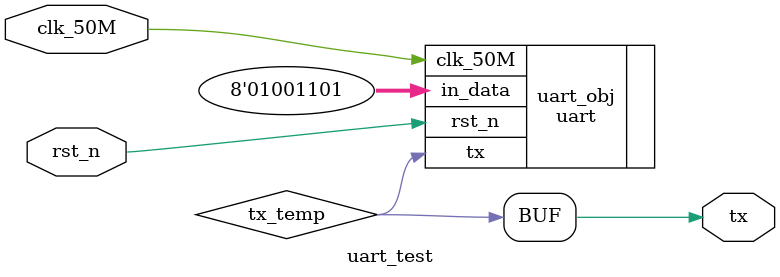
<source format=v>




module uart_test(input clk_50M, input rst_n, output tx);

wire tx_temp;
 

uart uart_obj(.rst_n(rst_n), .clk_50M(clk_50M), .in_data(8'h4D), .tx(tx_temp));

assign tx=tx_temp;

endmodule


</source>
